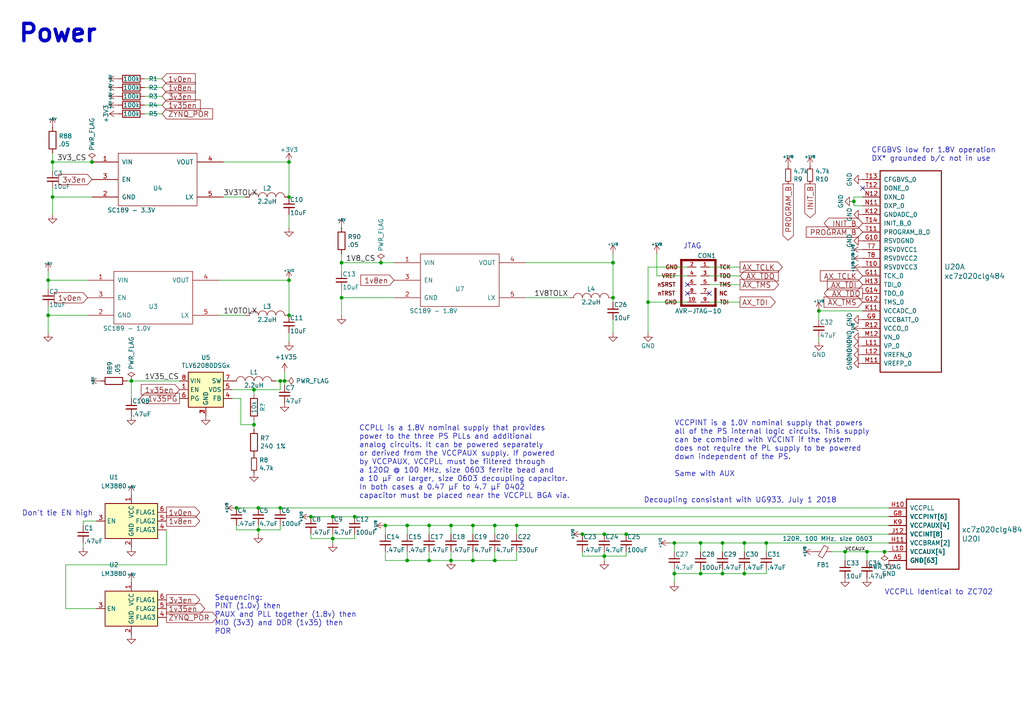
<source format=kicad_sch>
(kicad_sch (version 20230121) (generator eeschema)
  (paper "A4")
  (junction (at 130.81 162.56))
  (junction (at 177.8 76.2))
  (junction (at 118.11 152.4))
  (junction (at 13.97 81.28))
  (junction (at 195.58 166.37))
  (junction (at 83.82 57.15))
  (junction (at 111.76 152.4))
  (junction (at 130.81 152.4))
  (junction (at 81.28 110.49))
  (junction (at 83.82 91.44))
  (junction (at 15.24 57.15))
  (junction (at 215.9 166.37))
  (junction (at 38.1 110.49))
  (junction (at 177.8 86.36))
  (junction (at 68.58 147.32))
  (junction (at 149.86 152.4))
  (junction (at 175.26 161.29))
  (junction (at 15.24 46.99))
  (junction (at 245.11 160.02))
  (junction (at 102.87 149.86))
  (junction (at 73.66 113.03))
  (junction (at 168.91 154.94))
  (junction (at 222.25 157.48))
  (junction (at 110.49 76.2))
  (junction (at 83.82 46.99))
  (junction (at 195.58 157.48))
  (junction (at 26.67 46.99))
  (junction (at 124.46 162.56))
  (junction (at 209.55 157.48))
  (junction (at 90.17 149.86))
  (junction (at 137.16 152.4))
  (junction (at 82.55 110.49))
  (junction (at 137.16 162.56))
  (junction (at 237.49 90.17))
  (junction (at 175.26 154.94))
  (junction (at 118.11 162.56))
  (junction (at 215.9 157.48))
  (junction (at 96.52 156.21))
  (junction (at 181.61 154.94))
  (junction (at 99.06 76.2))
  (junction (at 209.55 166.37))
  (junction (at 203.2 157.48))
  (junction (at 187.96 87.63))
  (junction (at 13.97 91.44))
  (junction (at 96.52 149.86))
  (junction (at 74.93 147.32))
  (junction (at 73.66 123.19))
  (junction (at 251.46 160.02))
  (junction (at 247.65 58.42))
  (junction (at 74.93 153.67))
  (junction (at 143.51 152.4))
  (junction (at 81.28 147.32))
  (junction (at 124.46 152.4))
  (junction (at 256.54 160.02))
  (junction (at 143.51 162.56))
  (junction (at 99.06 86.36))
  (junction (at 83.82 81.28))
  (junction (at 203.2 166.37))
  (no_connect (at 250.19 54.61))
  (no_connect (at 199.39 85.09))
  (no_connect (at 205.74 85.09))
  (no_connect (at 199.39 82.55))
  (wire (pts (xy 124.46 160.02) (xy 124.46 162.56)))
  (wire (pts (xy 81.28 110.49) (xy 82.55 110.49)))
  (wire (pts (xy 237.49 97.79) (xy 237.49 99.06)))
  (wire (pts (xy 175.26 161.29) (xy 175.26 160.02)))
  (wire (pts (xy 187.96 77.47) (xy 187.96 87.63)))
  (wire (pts (xy 137.16 154.94) (xy 137.16 152.4)))
  (wire (pts (xy 149.86 162.56) (xy 149.86 160.02)))
  (wire (pts (xy 63.5 81.28) (xy 83.82 81.28)))
  (wire (pts (xy 168.91 154.94) (xy 175.26 154.94)))
  (wire (pts (xy 13.97 81.28) (xy 13.97 83.82)))
  (wire (pts (xy 215.9 157.48) (xy 215.9 160.02)))
  (wire (pts (xy 181.61 161.29) (xy 181.61 160.02)))
  (wire (pts (xy 73.66 114.3) (xy 73.66 113.03)))
  (wire (pts (xy 143.51 154.94) (xy 143.51 152.4)))
  (wire (pts (xy 81.28 153.67) (xy 81.28 152.4)))
  (wire (pts (xy 175.26 161.29) (xy 181.61 161.29)))
  (wire (pts (xy 247.65 58.42) (xy 247.65 59.69)))
  (wire (pts (xy 143.51 160.02) (xy 143.51 162.56)))
  (wire (pts (xy 99.06 86.36) (xy 99.06 91.44)))
  (wire (pts (xy 110.49 76.2) (xy 114.3 76.2)))
  (wire (pts (xy 48.26 153.67) (xy 48.26 163.83)))
  (wire (pts (xy 69.85 115.57) (xy 69.85 123.19)))
  (wire (pts (xy 19.05 176.53) (xy 27.94 176.53)))
  (wire (pts (xy 13.97 81.28) (xy 25.4 81.28)))
  (wire (pts (xy 203.2 157.48) (xy 203.2 160.02)))
  (wire (pts (xy 222.25 157.48) (xy 222.25 160.02)))
  (wire (pts (xy 130.81 154.94) (xy 130.81 152.4)))
  (wire (pts (xy 15.24 54.61) (xy 15.24 57.15)))
  (wire (pts (xy 83.82 46.99) (xy 83.82 57.15)))
  (wire (pts (xy 247.65 59.69) (xy 250.19 59.69)))
  (wire (pts (xy 90.17 154.94) (xy 90.17 156.21)))
  (wire (pts (xy 68.58 147.32) (xy 74.93 147.32)))
  (wire (pts (xy 67.31 113.03) (xy 73.66 113.03)))
  (wire (pts (xy 46.99 27.94) (xy 41.91 27.94)))
  (wire (pts (xy 24.13 151.13) (xy 24.13 152.4)))
  (wire (pts (xy 74.93 153.67) (xy 81.28 153.67)))
  (wire (pts (xy 15.24 44.45) (xy 15.24 46.99)))
  (wire (pts (xy 215.9 166.37) (xy 222.25 166.37)))
  (wire (pts (xy 36.83 110.49) (xy 38.1 110.49)))
  (wire (pts (xy 177.8 76.2) (xy 177.8 86.36)))
  (wire (pts (xy 83.82 96.52) (xy 83.82 99.06)))
  (wire (pts (xy 74.93 153.67) (xy 74.93 152.4)))
  (wire (pts (xy 251.46 160.02) (xy 251.46 162.56)))
  (wire (pts (xy 250.19 90.17) (xy 237.49 90.17)))
  (wire (pts (xy 203.2 157.48) (xy 209.55 157.48)))
  (wire (pts (xy 143.51 162.56) (xy 149.86 162.56)))
  (wire (pts (xy 237.49 90.17) (xy 237.49 92.71)))
  (wire (pts (xy 187.96 87.63) (xy 187.96 96.52)))
  (wire (pts (xy 175.26 161.29) (xy 175.26 162.56)))
  (wire (pts (xy 149.86 152.4) (xy 257.81 152.4)))
  (wire (pts (xy 181.61 154.94) (xy 257.81 154.94)))
  (wire (pts (xy 99.06 76.2) (xy 99.06 78.74)))
  (wire (pts (xy 82.55 110.49) (xy 82.55 111.76)))
  (wire (pts (xy 96.52 149.86) (xy 102.87 149.86)))
  (wire (pts (xy 222.25 157.48) (xy 257.81 157.48)))
  (wire (pts (xy 15.24 57.15) (xy 15.24 62.23)))
  (wire (pts (xy 15.24 46.99) (xy 26.67 46.99)))
  (wire (pts (xy 96.52 156.21) (xy 102.87 156.21)))
  (wire (pts (xy 71.12 57.15) (xy 64.77 57.15)))
  (wire (pts (xy 19.05 163.83) (xy 19.05 176.53)))
  (wire (pts (xy 124.46 152.4) (xy 130.81 152.4)))
  (wire (pts (xy 90.17 149.86) (xy 96.52 149.86)))
  (wire (pts (xy 83.82 81.28) (xy 83.82 91.44)))
  (wire (pts (xy 195.58 157.48) (xy 203.2 157.48)))
  (wire (pts (xy 199.39 80.01) (xy 190.5 80.01)))
  (wire (pts (xy 215.9 166.37) (xy 215.9 165.1)))
  (wire (pts (xy 209.55 157.48) (xy 215.9 157.48)))
  (wire (pts (xy 99.06 76.2) (xy 110.49 76.2)))
  (wire (pts (xy 250.19 57.15) (xy 247.65 57.15)))
  (wire (pts (xy 111.76 154.94) (xy 111.76 152.4)))
  (wire (pts (xy 124.46 154.94) (xy 124.46 152.4)))
  (wire (pts (xy 83.82 62.23) (xy 83.82 66.04)))
  (wire (pts (xy 247.65 57.15) (xy 247.65 58.42)))
  (wire (pts (xy 80.01 110.49) (xy 81.28 110.49)))
  (wire (pts (xy 137.16 160.02) (xy 137.16 162.56)))
  (wire (pts (xy 118.11 160.02) (xy 118.11 162.56)))
  (wire (pts (xy 257.81 160.02) (xy 256.54 160.02)))
  (wire (pts (xy 195.58 165.1) (xy 195.58 166.37)))
  (wire (pts (xy 73.66 124.46) (xy 73.66 123.19)))
  (wire (pts (xy 38.1 115.57) (xy 38.1 110.49)))
  (wire (pts (xy 209.55 166.37) (xy 209.55 165.1)))
  (wire (pts (xy 73.66 123.19) (xy 73.66 121.92)))
  (wire (pts (xy 195.58 160.02) (xy 195.58 157.48)))
  (wire (pts (xy 199.39 87.63) (xy 187.96 87.63)))
  (wire (pts (xy 46.99 22.86) (xy 41.91 22.86)))
  (wire (pts (xy 111.76 152.4) (xy 118.11 152.4)))
  (wire (pts (xy 215.9 157.48) (xy 222.25 157.48)))
  (wire (pts (xy 124.46 162.56) (xy 130.81 162.56)))
  (wire (pts (xy 152.4 76.2) (xy 177.8 76.2)))
  (wire (pts (xy 190.5 80.01) (xy 190.5 73.66)))
  (wire (pts (xy 90.17 156.21) (xy 96.52 156.21)))
  (wire (pts (xy 24.13 157.48) (xy 24.13 158.75)))
  (wire (pts (xy 245.11 160.02) (xy 251.46 160.02)))
  (wire (pts (xy 102.87 156.21) (xy 102.87 154.94)))
  (wire (pts (xy 214.63 87.63) (xy 205.74 87.63)))
  (wire (pts (xy 13.97 88.9) (xy 13.97 91.44)))
  (wire (pts (xy 177.8 86.36) (xy 177.8 87.63)))
  (wire (pts (xy 209.55 166.37) (xy 215.9 166.37)))
  (wire (pts (xy 99.06 83.82) (xy 99.06 86.36)))
  (wire (pts (xy 256.54 160.02) (xy 251.46 160.02)))
  (wire (pts (xy 130.81 152.4) (xy 137.16 152.4)))
  (wire (pts (xy 99.06 86.36) (xy 114.3 86.36)))
  (wire (pts (xy 209.55 157.48) (xy 209.55 160.02)))
  (wire (pts (xy 241.3 160.02) (xy 245.11 160.02)))
  (wire (pts (xy 118.11 152.4) (xy 124.46 152.4)))
  (wire (pts (xy 130.81 160.02) (xy 130.81 162.56)))
  (wire (pts (xy 96.52 156.21) (xy 96.52 157.48)))
  (wire (pts (xy 203.2 166.37) (xy 209.55 166.37)))
  (wire (pts (xy 143.51 152.4) (xy 149.86 152.4)))
  (wire (pts (xy 195.58 166.37) (xy 195.58 168.91)))
  (wire (pts (xy 41.91 30.48) (xy 46.99 30.48)))
  (wire (pts (xy 214.63 80.01) (xy 205.74 80.01)))
  (wire (pts (xy 195.58 166.37) (xy 203.2 166.37)))
  (wire (pts (xy 130.81 162.56) (xy 137.16 162.56)))
  (wire (pts (xy 137.16 152.4) (xy 143.51 152.4)))
  (wire (pts (xy 13.97 78.74) (xy 13.97 81.28)))
  (wire (pts (xy 137.16 162.56) (xy 143.51 162.56)))
  (wire (pts (xy 118.11 162.56) (xy 124.46 162.56)))
  (wire (pts (xy 63.5 91.44) (xy 71.12 91.44)))
  (wire (pts (xy 214.63 77.47) (xy 205.74 77.47)))
  (wire (pts (xy 99.06 73.66) (xy 99.06 76.2)))
  (wire (pts (xy 68.58 152.4) (xy 68.58 153.67)))
  (wire (pts (xy 73.66 113.03) (xy 81.28 113.03)))
  (wire (pts (xy 13.97 91.44) (xy 13.97 96.52)))
  (wire (pts (xy 74.93 147.32) (xy 81.28 147.32)))
  (wire (pts (xy 118.11 152.4) (xy 118.11 154.94)))
  (wire (pts (xy 177.8 92.71) (xy 177.8 96.52)))
  (wire (pts (xy 64.77 46.99) (xy 83.82 46.99)))
  (wire (pts (xy 175.26 154.94) (xy 181.61 154.94)))
  (wire (pts (xy 38.1 110.49) (xy 52.07 110.49)))
  (wire (pts (xy 177.8 73.66) (xy 177.8 76.2)))
  (wire (pts (xy 203.2 166.37) (xy 203.2 165.1)))
  (wire (pts (xy 81.28 113.03) (xy 81.28 110.49)))
  (wire (pts (xy 149.86 152.4) (xy 149.86 154.94)))
  (wire (pts (xy 152.4 86.36) (xy 165.1 86.36)))
  (wire (pts (xy 82.55 110.49) (xy 82.55 107.95)))
  (wire (pts (xy 68.58 153.67) (xy 74.93 153.67)))
  (wire (pts (xy 67.31 115.57) (xy 69.85 115.57)))
  (wire (pts (xy 168.91 160.02) (xy 168.91 161.29)))
  (wire (pts (xy 46.99 33.02) (xy 41.91 33.02)))
  (wire (pts (xy 81.28 147.32) (xy 257.81 147.32)))
  (wire (pts (xy 13.97 91.44) (xy 25.4 91.44)))
  (wire (pts (xy 96.52 156.21) (xy 96.52 154.94)))
  (wire (pts (xy 214.63 82.55) (xy 205.74 82.55)))
  (wire (pts (xy 199.39 77.47) (xy 187.96 77.47)))
  (wire (pts (xy 168.91 161.29) (xy 175.26 161.29)))
  (wire (pts (xy 194.31 157.48) (xy 195.58 157.48)))
  (wire (pts (xy 245.11 160.02) (xy 245.11 162.56)))
  (wire (pts (xy 111.76 160.02) (xy 111.76 162.56)))
  (wire (pts (xy 41.91 25.4) (xy 46.99 25.4)))
  (wire (pts (xy 15.24 46.99) (xy 15.24 49.53)))
  (wire (pts (xy 48.26 163.83) (xy 19.05 163.83)))
  (wire (pts (xy 27.94 151.13) (xy 24.13 151.13)))
  (wire (pts (xy 15.24 57.15) (xy 26.67 57.15)))
  (wire (pts (xy 74.93 153.67) (xy 74.93 154.94)))
  (wire (pts (xy 111.76 162.56) (xy 118.11 162.56)))
  (wire (pts (xy 102.87 149.86) (xy 257.81 149.86)))
  (wire (pts (xy 69.85 123.19) (xy 73.66 123.19)))
  (wire (pts (xy 222.25 166.37) (xy 222.25 165.1)))
  (text "Decoupling consistant with UG933, July 1 2018" (at 186.69 146.05 0) (effects (font (size 1.524 1.524)) (justify left bottom)))
  (text "Power" (at 5.08 12.7 0) (effects (font (size 5.0038 5.0038) (thickness 1.0008) bold) (justify left bottom)))
  (text "VCCPINT is a 1.0V nominal supply that powers \nall of the PS internal logic circuits. This supply \ncan be combined with VCCINT if the system \ndoes not require the PL supply to be powered \ndown independent of the PS.\n\nSame with AUX" (at 195.58 138.43 0) (effects (font (size 1.524 1.524)) (justify left bottom)))
  (text "VCCPLL Identical to ZC702" (at 256.54 172.72 0) (effects (font (size 1.524 1.524)) (justify left bottom)))
  (text "CCPLL is a 1.8V nominal supply that provides \npower to the three PS PLLs and additional\nanalog circuits. It can be powered separately \nor derived from the VCCPAUX supply. If powered\nby VCCPAUX, VCCPLL must be filtered through \na 120Ω @ 100 MHz, size 0603 ferrite bead and\na 10 µF or larger, size 0603 decoupling capacitor. \nIn both cases a 0.47 µF to 4.7 µF 0402\ncapacitor must be placed near the VCCPLL BGA via. " (at 104.14 144.78 0) (effects (font (size 1.524 1.524)) (justify left bottom)))
  (text "Don't tie EN high" (at 6.35 149.86 0) (effects (font (size 1.5494 1.5494)) (justify left bottom)))
  (text "JTAG" (at 198.12 72.39 0) (effects (font (size 1.524 1.524)) (justify left bottom)))
  (text "Sequencing: \nPINT (1.0v) then \nPAUX and PLL together (1.8v) then\nMIO (3v3) and DDR (1v35) then\nPOR" (at 62.23 184.15 0) (effects (font (size 1.524 1.524)) (justify left bottom)))
  (text "CFGBVS low for 1.8V operation\nDX* grounded b/c not in use" (at 252.73 46.99 0) (effects (font (size 1.524 1.524)) (justify left bottom)))
  (label "1V0TOLX" (at 64.77 91.44 0) (effects (font (size 1.524 1.524))))
  (label "1V35_CS" (at 41.91 110.49 0) (effects (font (size 1.524 1.524))))
  (label "3V3TOLX" (at 64.77 57.15 0) (effects (font (size 1.524 1.524))))
  (label "3V3_CS" (at 16.51 46.99 0) (effects (font (size 1.524 1.524))))
  (label "1V8TOLX" (at 154.94 86.36 0) (effects (font (size 1.524 1.524))))
  (label "VCCAUX" (at 245.11 160.02 0) (effects (font (size 0.9906 0.9906))))
  (label "1V8_CS" (at 100.33 76.2 0) (effects (font (size 1.524 1.524))))
  (global_label "AX_TDO" (shape input) (at 214.63 80.01 0) (effects (font (size 1.524 1.524))) (property "Intersheetrefs" "${INTERSHEET_REFS}" (effects hide)))
  (global_label "1v0en" (shape input) (at 25.4 86.36 180) (effects (font (size 1.524 1.524))) (property "Intersheetrefs" "${INTERSHEET_REFS}" (effects hide)))
  (global_label "1v35en" (shape input) (at 52.07 113.03 180) (effects (font (size 1.524 1.524))) (property "Intersheetrefs" "${INTERSHEET_REFS}" (effects hide)))
  (global_label "3v3en" (shape output) (at 48.26 173.99 0) (effects (font (size 1.524 1.524))) (property "Intersheetrefs" "${INTERSHEET_REFS}" (effects hide)))
  (global_label "AX_TCLK" (shape input) (at 250.19 80.01 180) (effects (font (size 1.524 1.524))) (property "Intersheetrefs" "${INTERSHEET_REFS}" (effects hide)))
  (global_label "INIT_B" (shape output) (at 234.95 53.34 270) (effects (font (size 1.524 1.524))) (property "Intersheetrefs" "${INTERSHEET_REFS}" (effects hide)))
  (global_label "AX_TCLK" (shape output) (at 214.63 77.47 0) (effects (font (size 1.524 1.524))) (property "Intersheetrefs" "${INTERSHEET_REFS}" (effects hide)))
  (global_label "1v8en" (shape output) (at 48.26 151.13 0) (effects (font (size 1.524 1.524))) (property "Intersheetrefs" "${INTERSHEET_REFS}" (effects hide)))
  (global_label "1v0en" (shape output) (at 48.26 148.59 0) (effects (font (size 1.524 1.524))) (property "Intersheetrefs" "${INTERSHEET_REFS}" (effects hide)))
  (global_label "PROGRAM_B" (shape output) (at 228.6 53.34 270) (effects (font (size 1.524 1.524))) (property "Intersheetrefs" "${INTERSHEET_REFS}" (effects hide)))
  (global_label "INIT_B" (shape bidirectional) (at 250.19 64.77 180) (effects (font (size 1.524 1.524))) (property "Intersheetrefs" "${INTERSHEET_REFS}" (effects hide)))
  (global_label "AX_TMS" (shape input) (at 250.19 87.63 180) (effects (font (size 1.524 1.524))) (property "Intersheetrefs" "${INTERSHEET_REFS}" (effects hide)))
  (global_label "1v0en" (shape input) (at 46.99 22.86 0) (effects (font (size 1.524 1.524))) (property "Intersheetrefs" "${INTERSHEET_REFS}" (effects hide)))
  (global_label "3v3en" (shape input) (at 26.67 52.07 180) (effects (font (size 1.524 1.524))) (property "Intersheetrefs" "${INTERSHEET_REFS}" (effects hide)))
  (global_label "1v8en" (shape input) (at 46.99 25.4 0) (effects (font (size 1.524 1.524))) (property "Intersheetrefs" "${INTERSHEET_REFS}" (effects hide)))
  (global_label "AX_TDO" (shape output) (at 250.19 85.09 180) (effects (font (size 1.524 1.524))) (property "Intersheetrefs" "${INTERSHEET_REFS}" (effects hide)))
  (global_label "ZYNQ_POR" (shape output) (at 48.26 179.07 0) (effects (font (size 1.524 1.524))) (property "Intersheetrefs" "${INTERSHEET_REFS}" (effects hide)))
  (global_label "1v35en" (shape input) (at 46.99 30.48 0) (effects (font (size 1.524 1.524))) (property "Intersheetrefs" "${INTERSHEET_REFS}" (effects hide)))
  (global_label "AX_TDI" (shape output) (at 214.63 87.63 0) (effects (font (size 1.524 1.524))) (property "Intersheetrefs" "${INTERSHEET_REFS}" (effects hide)))
  (global_label "AX_TMS" (shape output) (at 214.63 82.55 0) (effects (font (size 1.524 1.524))) (property "Intersheetrefs" "${INTERSHEET_REFS}" (effects hide)))
  (global_label "PROGRAM_B" (shape input) (at 250.19 67.31 180) (effects (font (size 1.524 1.524))) (property "Intersheetrefs" "${INTERSHEET_REFS}" (effects hide)))
  (global_label "AX_TDI" (shape input) (at 250.19 82.55 180) (effects (font (size 1.524 1.524))) (property "Intersheetrefs" "${INTERSHEET_REFS}" (effects hide)))
  (global_label "1v8en" (shape input) (at 114.3 81.28 180) (effects (font (size 1.524 1.524))) (property "Intersheetrefs" "${INTERSHEET_REFS}" (effects hide)))
  (global_label "ZYNQ_POR" (shape input) (at 46.99 33.02 0) (effects (font (size 1.524 1.524))) (property "Intersheetrefs" "${INTERSHEET_REFS}" (effects hide)))
  (global_label "1v35PG" (shape output) (at 52.07 115.57 180) (effects (font (size 1.524 1.524))) (property "Intersheetrefs" "${INTERSHEET_REFS}" (effects hide)))
  (global_label "3v3en" (shape input) (at 46.99 27.94 0) (effects (font (size 1.524 1.524))) (property "Intersheetrefs" "${INTERSHEET_REFS}" (effects hide)))
  (global_label "1v35en" (shape output) (at 48.26 176.53 0) (effects (font (size 1.524 1.524))) (property "Intersheetrefs" "${INTERSHEET_REFS}" (effects hide)))
  (symbol (lib_id "DFTBoard-rescue:AVR-JTAG-10-") (at 200.66 82.55 0) (mirror y) (unit 1)
    (property "Reference" "CON1" (at 204.978 74.168 0))
    (property "Value" "AVR-JTAG-10" (at 209.296 90.932 0) (effects (justify left bottom)))
    (property "Footprint" "DFTcustom:XilinxJTAG" (effects hide))
    (property "MFR" "DNS" (effects hide))
  )
  (symbol (lib_id "power:GND") (at 187.96 96.52 0) (unit 1)
    (property "Reference" "#PWR038" (effects hide))
    (property "Value" "GND" (at 187.96 100.33 0))
  )
  (symbol (lib_id "power:+1V8") (at 190.5 73.66 0) (unit 1)
    (property "Reference" "#PWR039" (effects hide))
    (property "Value" "+1.8V" (at 190.5 70.866 0) (effects (font (size 0.762 0.762))))
  )
  (symbol (lib_id "Device:C_Small") (at 237.49 95.25 0) (unit 1)
    (property "Reference" "C32" (at 237.744 93.472 0) (effects (justify left)))
    (property "Value" "47uF" (at 237.744 97.282 0) (effects (justify left)))
    (property "Footprint" "Capacitor_SMD:C_0805_2012Metric" (effects hide))
    (property "MFR" "Murata" (effects hide))
    (property "MPN" "GRM219R60J476ME44D" (effects hide))
    (property "SPR" "Digikey" (effects hide))
    (property "SPN" "490-13249-1-ND" (effects hide))
  )
  (symbol (lib_id "power:GND") (at 237.49 99.06 0) (unit 1)
    (property "Reference" "#PWR048" (effects hide))
    (property "Value" "GND" (at 237.49 102.87 0))
  )
  (symbol (lib_id "power:GND") (at 250.19 52.07 270) (unit 1)
    (property "Reference" "#PWR046" (effects hide))
    (property "Value" "GND" (at 246.38 52.07 0))
  )
  (symbol (lib_id "power:+1V8") (at 237.49 90.17 0) (unit 1)
    (property "Reference" "#PWR047" (effects hide))
    (property "Value" "+1.8V" (at 237.49 87.376 0) (effects (font (size 0.762 0.762))))
  )
  (symbol (lib_id "power:+1V0") (at 194.31 157.48 90) (unit 1)
    (property "Reference" "#PWR042" (effects hide))
    (property "Value" "+1.0V" (at 191.516 157.48 0) (effects (font (size 0.762 0.762))))
    (instances (project "DFTBoard" (path "" (reference "#PWR042") (unit 1)) (path "" (reference "#PWR?") (unit 1))))
  )
  (symbol (lib_id "Device:C_Small") (at 203.2 162.56 0) (unit 1)
    (property "Reference" "C28" (at 203.454 160.782 0) (effects (justify left)))
    (property "Value" "100uF" (at 203.454 164.592 0) (effects (justify left)))
    (property "Footprint" "Capacitor_SMD:C_1210_3225Metric" (effects hide))
    (property "MFR" "TAIYO YUDEN" (effects hide))
    (property "MPN" "JMK325ABJ107MM-P" (effects hide))
    (property "SPR" "Digikey" (effects hide))
    (property "SPN" "587-4313-1-ND" (effects hide))
  )
  (symbol (lib_id "power:GND") (at 195.58 168.91 0) (unit 1)
    (property "Reference" "#PWR043" (effects hide))
    (property "Value" "GND" (effects hide))
  )
  (symbol (lib_id "power:GND") (at 257.81 162.56 0) (unit 1)
    (property "Reference" "#PWR057" (effects hide))
    (property "Value" "GND" (at 257.81 166.37 0))
  )
  (symbol (lib_id "DFTBoard-rescue:SC189-") (at 133.35 81.28 0) (unit 1)
    (property "Reference" "U7" (at 133.35 83.82 0))
    (property "Value" "SC189 - 1.8V" (at 125.73 90.17 0))
    (property "Footprint" "Package_TO_SOT_SMD:SOT-23-5" (effects hide))
    (property "Datasheet" "DOCUMENTATION" (effects hide))
    (property "MFR" "Semtech Corporation" (effects hide))
    (property "MPN" "SC189LSKTRT" (effects hide))
    (property "SPR" "Digikey" (effects hide))
    (property "SPN" "SC189LSKCT-ND" (effects hide))
  )
  (symbol (lib_id "DFTBoard-rescue:SC189-") (at 45.72 52.07 0) (unit 1)
    (property "Reference" "U4" (at 45.72 54.61 0))
    (property "Value" "SC189 - 3.3V" (at 38.1 60.96 0))
    (property "Footprint" "Package_TO_SOT_SMD:SOT-23-5" (effects hide))
    (property "Datasheet" "DOCUMENTATION" (effects hide))
    (property "MFR" "Semtech Corporation" (effects hide))
    (property "MPN" "SC189ZSKTRT" (effects hide))
    (property "SPR" "Digikey" (effects hide))
    (property "SPN" "SC189ZSKCT-ND" (effects hide))
  )
  (symbol (lib_id "DFTBoard-rescue:SC189-") (at 44.45 86.36 0) (unit 1)
    (property "Reference" "U3" (at 44.45 88.9 0))
    (property "Value" "SC189 - 1.0V" (at 36.83 95.25 0))
    (property "Footprint" "Package_TO_SOT_SMD:SOT-23-5" (effects hide))
    (property "Datasheet" "DOCUMENTATION" (effects hide))
    (property "MFR" "Semtech Corporation" (effects hide))
    (property "MPN" "SC189ASKTRT" (effects hide))
    (property "SPR" "Digikey" (effects hide))
    (property "SPN" "SC189ASKCT-ND" (effects hide))
  )
  (symbol (lib_id "power:GND") (at 13.97 96.52 0) (unit 1)
    (property "Reference" "#PWR03" (effects hide))
    (property "Value" "GND" (effects hide))
  )
  (symbol (lib_id "Device:C_Small") (at 15.24 52.07 0) (unit 1)
    (property "Reference" "C3" (at 15.494 50.292 0) (effects (justify left)))
    (property "Value" "10uF" (at 15.494 54.102 0) (effects (justify left)))
    (property "Footprint" "Capacitor_SMD:C_0603_1608Metric" (effects hide))
    (property "MFR" "Murata" (effects hide))
    (property "MPN" "GRM188R61A106KE69J" (effects hide))
    (property "SPR" "Digikey" (effects hide))
    (property "SPN" "490-14372-1-ND" (effects hide))
  )
  (symbol (lib_id "Device:C_Small") (at 99.06 81.28 0) (unit 1)
    (property "Reference" "C13" (at 99.314 79.502 0) (effects (justify left)))
    (property "Value" "10uF" (at 99.314 83.312 0) (effects (justify left)))
    (property "Footprint" "Capacitor_SMD:C_0603_1608Metric" (effects hide))
    (property "MFR" "Murata" (effects hide))
    (property "MPN" "GRM188R61A106KE69J" (effects hide))
    (property "SPR" "Digikey" (effects hide))
    (property "SPN" "490-14372-1-ND" (effects hide))
  )
  (symbol (lib_id "Device:C_Small") (at 13.97 86.36 0) (unit 1)
    (property "Reference" "C2" (at 14.224 84.582 0) (effects (justify left)))
    (property "Value" "10uF" (at 14.224 88.392 0) (effects (justify left)))
    (property "Footprint" "Capacitor_SMD:C_0603_1608Metric" (effects hide))
    (property "MFR" "Murata" (effects hide))
    (property "MPN" "GRM188R61A106KE69J" (effects hide))
    (property "SPR" "Digikey" (effects hide))
    (property "SPN" "490-14372-1-ND" (effects hide))
  )
  (symbol (lib_id "Device:C_Small") (at 83.82 59.69 0) (unit 1)
    (property "Reference" "C10" (at 84.074 57.912 0) (effects (justify left)))
    (property "Value" "10uF" (at 84.074 61.722 0) (effects (justify left)))
    (property "Footprint" "Capacitor_SMD:C_0603_1608Metric" (effects hide))
    (property "MFR" "Murata" (effects hide))
    (property "MPN" "GRM188R61A106KE69J" (effects hide))
    (property "SPR" "Digikey" (effects hide))
    (property "SPN" "490-14372-1-ND" (effects hide))
  )
  (symbol (lib_id "Device:C_Small") (at 83.82 93.98 0) (unit 1)
    (property "Reference" "C11" (at 84.074 92.202 0) (effects (justify left)))
    (property "Value" "10uF" (at 84.074 96.012 0) (effects (justify left)))
    (property "Footprint" "Capacitor_SMD:C_0603_1608Metric" (effects hide))
    (property "MFR" "Murata" (effects hide))
    (property "MPN" "GRM188R61A106KE69J" (effects hide))
    (property "SPR" "Digikey" (effects hide))
    (property "SPN" "490-14372-1-ND" (effects hide))
  )
  (symbol (lib_id "Device:C_Small") (at 177.8 90.17 0) (unit 1)
    (property "Reference" "C26" (at 178.054 88.392 0) (effects (justify left)))
    (property "Value" "10uF" (at 178.054 92.202 0) (effects (justify left)))
    (property "Footprint" "Capacitor_SMD:C_0603_1608Metric" (effects hide))
    (property "MFR" "Murata" (effects hide))
    (property "MPN" "GRM188R61A106KE69J" (effects hide))
    (property "SPR" "Digikey" (effects hide))
    (property "SPN" "490-14372-1-ND" (effects hide))
  )
  (symbol (lib_id "power:GND") (at 83.82 66.04 0) (unit 1)
    (property "Reference" "#PWR025" (effects hide))
    (property "Value" "GND" (effects hide))
  )
  (symbol (lib_id "power:GND") (at 83.82 99.06 0) (unit 1)
    (property "Reference" "#PWR027" (effects hide))
    (property "Value" "GND" (effects hide))
  )
  (symbol (lib_id "power:GND") (at 177.8 96.52 0) (unit 1)
    (property "Reference" "#PWR041" (effects hide))
    (property "Value" "GND" (effects hide))
  )
  (symbol (lib_id "power:+1V0") (at 83.82 81.28 0) (unit 1)
    (property "Reference" "#PWR026" (effects hide))
    (property "Value" "+1.0V" (at 83.82 78.486 0) (effects (font (size 0.762 0.762))))
    (instances (project "DFTBoard" (path "" (reference "#PWR026") (unit 1)) (path "" (reference "#PWR?") (unit 1))))
  )
  (symbol (lib_id "power:+1V8") (at 177.8 73.66 0) (unit 1)
    (property "Reference" "#PWR040" (effects hide))
    (property "Value" "+1.8V" (at 177.8 70.866 0) (effects (font (size 0.762 0.762))))
  )
  (symbol (lib_id "DFTBoard-rescue:INDUCTOR_SMALL_P-") (at 77.47 57.15 0) (unit 1)
    (property "Reference" "L2" (at 77.47 54.61 0))
    (property "Value" "2.2uH" (at 77.47 58.42 0))
    (property "Footprint" "Capacitor_SMD:C_1812_4532Metric" (effects hide))
    (property "MFR" "Murata" (effects hide))
    (property "MPN" "LQH43PN2R2M26L" (effects hide))
    (property "SPR" "Digikey" (effects hide))
    (property "SPN" "490-12049-1-ND" (effects hide))
  )
  (symbol (lib_id "DFTBoard-rescue:INDUCTOR_SMALL_P-") (at 77.47 91.44 0) (unit 1)
    (property "Reference" "L3" (at 77.47 88.9 0))
    (property "Value" "2.2uH" (at 77.47 92.71 0))
    (property "Footprint" "Capacitor_SMD:C_1812_4532Metric" (effects hide))
    (property "MFR" "Murata" (effects hide))
    (property "MPN" "LQH43PN2R2M26L" (effects hide))
    (property "SPR" "Digikey" (effects hide))
    (property "SPN" "490-12049-1-ND" (effects hide))
  )
  (symbol (lib_id "DFTBoard-rescue:INDUCTOR_SMALL_P-") (at 171.45 86.36 0) (unit 1)
    (property "Reference" "L4" (at 171.45 83.82 0))
    (property "Value" "2.2uH" (at 171.45 87.63 0))
    (property "Footprint" "Capacitor_SMD:C_1812_4532Metric" (effects hide))
    (property "MFR" "Murata" (effects hide))
    (property "MPN" "LQH43PN2R2M26L" (effects hide))
    (property "SPR" "Digikey" (effects hide))
    (property "SPN" "490-12049-1-ND" (effects hide))
  )
  (symbol (lib_id "power:+3V3") (at 83.82 46.99 0) (unit 1)
    (property "Reference" "#PWR024" (effects hide))
    (property "Value" "+3.3V" (at 83.82 43.434 0))
  )
  (symbol (lib_id "power:GND") (at 15.24 62.23 0) (unit 1)
    (property "Reference" "#PWR05" (effects hide))
    (property "Value" "GND" (effects hide))
  )
  (symbol (lib_id "power:GND") (at 99.06 91.44 0) (unit 1)
    (property "Reference" "#PWR029" (effects hide))
    (property "Value" "GND" (effects hide))
  )
  (symbol (lib_id "Device:C_Small") (at 251.46 165.1 0) (unit 1)
    (property "Reference" "C34" (at 251.714 163.322 0) (effects (justify left)))
    (property "Value" ".47uF" (at 251.714 167.132 0) (effects (justify left)))
    (property "Footprint" "Capacitor_SMD:C_0402_1005Metric" (effects hide))
    (property "MFR" "Yageo" (effects hide))
    (property "MPN" "CC0402KRX5R5BB474" (effects hide))
    (property "SPR" "Digikey" (effects hide))
    (property "SPN" "311-1684-1-ND" (effects hide))
  )
  (symbol (lib_id "power:GND") (at 251.46 167.64 0) (unit 1)
    (property "Reference" "#PWR056" (effects hide))
    (property "Value" "GND" (effects hide))
  )
  (symbol (lib_id "DFTBoard-rescue:Ferrite_Bead_Small-Device") (at 238.76 160.02 270) (unit 1)
    (property "Reference" "FB1" (at 238.76 163.83 90))
    (property "Value" "120R, 100 MHz, size 0603" (at 240.03 156.21 90))
    (property "Footprint" "Capacitor_SMD:C_0603_1608Metric" (effects hide))
    (property "MFR" "Murata Electronics" (effects hide))
    (property "MPN" "BLM18AG121SN1D" (effects hide))
    (property "SPR" "Digikey" (effects hide))
    (property "SPN" "490-1011-1-ND" (effects hide))
    (property "SPURL" "-" (effects hide))
  )
  (symbol (lib_id "power:+1V8") (at 236.22 160.02 90) (unit 1)
    (property "Reference" "#PWR049" (effects hide))
    (property "Value" "+1.8V" (at 233.426 160.02 0) (effects (font (size 0.762 0.762))))
  )
  (symbol (lib_id "Device:C_Small") (at 245.11 165.1 0) (unit 1)
    (property "Reference" "C33" (at 245.364 163.322 0) (effects (justify left)))
    (property "Value" "10uF" (at 245.364 167.132 0) (effects (justify left)))
    (property "Footprint" "Capacitor_SMD:C_0603_1608Metric" (effects hide))
    (property "MFR" "Murata" (effects hide))
    (property "MPN" "GRM188R61A106KE69J" (effects hide))
    (property "SPR" "Digikey" (effects hide))
    (property "SPN" "490-14372-1-ND" (effects hide))
  )
  (symbol (lib_id "power:GND") (at 245.11 167.64 0) (unit 1)
    (property "Reference" "#PWR051" (effects hide))
    (property "Value" "GND" (effects hide))
  )
  (symbol (lib_id "Device:C_Small") (at 149.86 157.48 0) (unit 1)
    (property "Reference" "C22" (at 150.114 155.702 0) (effects (justify left)))
    (property "Value" "330uF" (at 150.114 159.512 0) (effects (justify left)))
    (property "Footprint" "Capacitor_SMD:C_1206_3216Metric" (effects hide))
    (property "MFR" "AVX Corporation" (effects hide))
    (property "MPN" "F950G337MAAAQ2" (effects hide))
    (property "SPR" "Digikey" (effects hide))
    (property "SPN" "478-8378-1-ND" (effects hide))
    (property "SPURL" "-" (effects hide))
  )
  (symbol (lib_id "Device:C_Small") (at 143.51 157.48 0) (unit 1)
    (property "Reference" "C20" (at 143.764 155.702 0) (effects (justify left)))
    (property "Value" "4.7uF" (at 143.764 159.512 0) (effects (justify left)))
    (property "Footprint" "Capacitor_SMD:C_0402_1005Metric" (effects hide))
    (property "MFR" "Murata" (effects hide))
    (property "MPN" "GRM155R60G475ME47D" (effects hide))
    (property "SPR" "Digikey" (effects hide))
    (property "SPN" "490-11980-1-ND" (effects hide))
  )
  (symbol (lib_id "Device:C_Small") (at 137.16 157.48 0) (unit 1)
    (property "Reference" "C19" (at 137.414 155.702 0) (effects (justify left)))
    (property "Value" "4.7uF" (at 137.414 159.512 0) (effects (justify left)))
    (property "Footprint" "Capacitor_SMD:C_0402_1005Metric" (effects hide))
    (property "MFR" "Murata" (effects hide))
    (property "MPN" "GRM155R60G475ME47D" (effects hide))
    (property "SPR" "Digikey" (effects hide))
    (property "SPN" "490-11980-1-ND" (effects hide))
  )
  (symbol (lib_id "Device:C_Small") (at 130.81 157.48 0) (unit 1)
    (property "Reference" "C18" (at 131.064 155.702 0) (effects (justify left)))
    (property "Value" ".47uF" (at 131.064 159.512 0) (effects (justify left)))
    (property "Footprint" "Capacitor_SMD:C_0402_1005Metric" (effects hide))
    (property "MFR" "Yageo" (effects hide))
    (property "MPN" "CC0402KRX5R5BB474" (effects hide))
    (property "SPR" "Digikey" (effects hide))
    (property "SPN" "311-1684-1-ND" (effects hide))
  )
  (symbol (lib_id "Device:C_Small") (at 124.46 157.48 0) (unit 1)
    (property "Reference" "C17" (at 124.714 155.702 0) (effects (justify left)))
    (property "Value" ".47uF" (at 124.714 159.512 0) (effects (justify left)))
    (property "Footprint" "Capacitor_SMD:C_0402_1005Metric" (effects hide))
    (property "MFR" "Yageo" (effects hide))
    (property "MPN" "CC0402KRX5R5BB474" (effects hide))
    (property "SPR" "Digikey" (effects hide))
    (property "SPN" "311-1684-1-ND" (effects hide))
  )
  (symbol (lib_id "Device:C_Small") (at 118.11 157.48 0) (unit 1)
    (property "Reference" "C15" (at 118.364 155.702 0) (effects (justify left)))
    (property "Value" ".47uF" (at 118.364 159.512 0) (effects (justify left)))
    (property "Footprint" "Capacitor_SMD:C_0402_1005Metric" (effects hide))
    (property "MFR" "Yageo" (effects hide))
    (property "MPN" "CC0402KRX5R5BB474" (effects hide))
    (property "SPR" "Digikey" (effects hide))
    (property "SPN" "311-1684-1-ND" (effects hide))
  )
  (symbol (lib_id "Device:C_Small") (at 111.76 157.48 0) (unit 1)
    (property "Reference" "C14" (at 112.014 155.702 0) (effects (justify left)))
    (property "Value" ".47uF" (at 112.014 159.512 0) (effects (justify left)))
    (property "Footprint" "Capacitor_SMD:C_0402_1005Metric" (effects hide))
    (property "MFR" "Yageo" (effects hide))
    (property "MPN" "CC0402KRX5R5BB474" (effects hide))
    (property "SPR" "Digikey" (effects hide))
    (property "SPN" "311-1684-1-ND" (effects hide))
  )
  (symbol (lib_id "Device:C_Small") (at 209.55 162.56 0) (unit 1)
    (property "Reference" "C29" (at 209.804 160.782 0) (effects (justify left)))
    (property "Value" ".47uF" (at 209.804 164.592 0) (effects (justify left)))
    (property "Footprint" "Capacitor_SMD:C_0402_1005Metric" (effects hide))
    (property "MFR" "Yageo" (effects hide))
    (property "MPN" "CC0402KRX5R5BB474" (effects hide))
    (property "SPR" "Digikey" (effects hide))
    (property "SPN" "311-1684-1-ND" (effects hide))
  )
  (symbol (lib_id "Device:C_Small") (at 215.9 162.56 0) (unit 1)
    (property "Reference" "C30" (at 216.154 160.782 0) (effects (justify left)))
    (property "Value" ".47uF" (at 216.154 164.592 0) (effects (justify left)))
    (property "Footprint" "Capacitor_SMD:C_0402_1005Metric" (effects hide))
    (property "MFR" "Yageo" (effects hide))
    (property "MPN" "CC0402KRX5R5BB474" (effects hide))
    (property "SPR" "Digikey" (effects hide))
    (property "SPN" "311-1684-1-ND" (effects hide))
  )
  (symbol (lib_id "Device:C_Small") (at 222.25 162.56 0) (unit 1)
    (property "Reference" "C31" (at 222.504 160.782 0) (effects (justify left)))
    (property "Value" ".47uF" (at 222.504 164.592 0) (effects (justify left)))
    (property "Footprint" "Capacitor_SMD:C_0402_1005Metric" (effects hide))
    (property "MFR" "Yageo" (effects hide))
    (property "MPN" "CC0402KRX5R5BB474" (effects hide))
    (property "SPR" "Digikey" (effects hide))
    (property "SPN" "311-1684-1-ND" (effects hide))
  )
  (symbol (lib_id "Power_Supervisor:LM3880") (at 38.1 151.13 0) (unit 1)
    (property "Reference" "U1" (at 33.02 138.43 0))
    (property "Value" "LM3880" (at 33.02 140.97 0))
    (property "Footprint" "Package_TO_SOT_SMD:SOT-23-6" (effects hide))
    (property "Datasheet" "http://www.ti.com/lit/ds/symlink/lm3880.pdf" (effects hide))
    (property "MFR" "Texas Instruments" (effects hide))
    (property "MPN" "LM3880MF-1AE/NOPB" (effects hide))
    (property "SPR" "Digikey" (effects hide))
    (property "SPN" "LM3880MF-1AE/NOPBDKR-ND" (effects hide))
    (property "SPURL" "-" (effects hide))
  )
  (symbol (lib_id "Power_Supervisor:LM3880") (at 38.1 176.53 0) (unit 1)
    (property "Reference" "U2" (at 33.02 163.83 0))
    (property "Value" "LM3880" (at 33.02 166.37 0))
    (property "Footprint" "Package_TO_SOT_SMD:SOT-23-6" (effects hide))
    (property "Datasheet" "http://www.ti.com/lit/ds/symlink/lm3880.pdf" (effects hide))
    (property "MFR" "Texas Instruments" (effects hide))
    (property "MPN" "LM3880MF-1AE/NOPB" (effects hide))
    (property "SPR" "Digikey" (effects hide))
    (property "SPN" "LM3880MF-1AE/NOPBDKR-ND" (effects hide))
    (property "SPURL" "-" (effects hide))
  )
  (symbol (lib_id "power:+5V") (at 38.1 143.51 0) (unit 1)
    (property "Reference" "#PWR06" (effects hide))
    (property "Value" "+5V" (at 38.1 141.224 0) (effects (font (size 0.762 0.762))))
  )
  (symbol (lib_id "power:+5V") (at 38.1 168.91 0) (unit 1)
    (property "Reference" "#PWR08" (effects hide))
    (property "Value" "+5V" (at 38.1 166.624 0) (effects (font (size 0.762 0.762))))
  )
  (symbol (lib_id "power:GND") (at 38.1 158.75 0) (unit 1)
    (property "Reference" "#PWR07" (effects hide))
    (property "Value" "GND" (effects hide))
  )
  (symbol (lib_id "power:GND") (at 38.1 184.15 0) (unit 1)
    (property "Reference" "#PWR09" (effects hide))
    (property "Value" "GND" (effects hide))
  )
  (symbol (lib_id "Device:R_Small") (at 228.6 50.8 0) (mirror x) (unit 1)
    (property "Reference" "R9" (at 230.0986 51.9684 0) (effects (justify left)))
    (property "Value" "4.7k" (at 230.0986 49.657 0) (effects (justify left)))
    (property "Footprint" "Resistor_SMD:R_0402_1005Metric" (effects hide))
    (property "MFR" "Yageo" (effects hide))
    (property "MPN" "RC0402JR-074K7L" (effects hide))
    (property "SPR" "Digikey" (effects hide))
    (property "SPN" "311-4.7KJRCT-ND" (effects hide))
    (property "SPURL" "-" (effects hide))
    (instances (project "DFTBoard" (path "" (reference "R9") (unit 1)) (path "" (reference "R?") (unit 1))))
  )
  (symbol (lib_id "power:+5V") (at 99.06 66.04 0) (unit 1)
    (property "Reference" "#PWR028" (effects hide))
    (property "Value" "+5V" (at 99.06 63.754 0) (effects (font (size 0.762 0.762))))
  )
  (symbol (lib_id "power:+1V8") (at 228.6 48.26 0) (mirror y) (unit 1)
    (property "Reference" "#PWR044" (effects hide))
    (property "Value" "+1.8V" (at 228.6 45.466 0) (effects (font (size 0.762 0.762))))
  )
  (symbol (lib_id "power:PWR_FLAG") (at 256.54 160.02 180) (unit 1)
    (property "Reference" "#FLG02" (effects hide))
    (property "Value" "PWR_FLAG" (at 256.54 164.4142 0))
  )
  (symbol (lib_id "Device:R") (at 38.1 22.86 90) (unit 1)
    (property "Reference" "R1" (at 44.45 22.86 90))
    (property "Value" "100k" (at 38.1 22.86 90))
    (property "Footprint" "Resistor_SMD:R_0402_1005Metric" (effects hide))
    (property "MFR" "Yageo" (effects hide))
    (property "MPN" "RC0402FR-07100KL" (effects hide))
    (property "SPR" "Digikey" (effects hide))
    (property "SPN" "311-100KLRTR-ND" (effects hide))
    (instances (project "DFTBoard" (path "" (reference "R1") (unit 1)) (path "" (reference "R?") (unit 1))))
  )
  (symbol (lib_id "Device:R_Small") (at 234.95 50.8 0) (mirror x) (unit 1)
    (property "Reference" "R10" (at 236.4486 51.9684 0) (effects (justify left)))
    (property "Value" "4.7k" (at 236.4486 49.657 0) (effects (justify left)))
    (property "Footprint" "Resistor_SMD:R_0402_1005Metric" (effects hide))
    (property "MFR" "Yageo" (effects hide))
    (property "MPN" "RC0402JR-074K7L" (effects hide))
    (property "SPR" "Digikey" (effects hide))
    (property "SPN" "311-4.7KJRCT-ND" (effects hide))
    (property "SPURL" "-" (effects hide))
    (instances (project "DFTBoard" (path "" (reference "R10") (unit 1)) (path "" (reference "R?") (unit 1))))
  )
  (symbol (lib_id "power:+1V8") (at 234.95 48.26 0) (mirror y) (unit 1)
    (property "Reference" "#PWR045" (effects hide))
    (property "Value" "+1.8V" (at 234.95 45.466 0) (effects (font (size 0.762 0.762))))
  )
  (symbol (lib_id "Device:R") (at 38.1 25.4 90) (unit 1)
    (property "Reference" "R2" (at 44.45 25.4 90))
    (property "Value" "100k" (at 38.1 25.4 90))
    (property "Footprint" "Resistor_SMD:R_0402_1005Metric" (effects hide))
    (property "MFR" "Yageo" (effects hide))
    (property "MPN" "RC0402FR-07100KL" (effects hide))
    (property "SPR" "Digikey" (effects hide))
    (property "SPN" "311-100KLRTR-ND" (effects hide))
    (instances (project "DFTBoard" (path "" (reference "R2") (unit 1)) (path "" (reference "R?") (unit 1))))
  )
  (symbol (lib_id "Device:R") (at 38.1 27.94 90) (unit 1)
    (property "Reference" "R3" (at 44.45 27.94 90))
    (property "Value" "100k" (at 38.1 27.94 90))
    (property "Footprint" "Resistor_SMD:R_0402_1005Metric" (effects hide))
    (property "MFR" "Yageo" (effects hide))
    (property "MPN" "RC0402FR-07100KL" (effects hide))
    (property "SPR" "Digikey" (effects hide))
    (property "SPN" "311-100KLRTR-ND" (effects hide))
    (instances (project "DFTBoard" (path "" (reference "R3") (unit 1)) (path "" (reference "R?") (unit 1))))
  )
  (symbol (lib_id "Device:R") (at 38.1 30.48 90) (unit 1)
    (property "Reference" "R4" (at 44.45 30.48 90))
    (property "Value" "100k" (at 38.1 30.48 90))
    (property "Footprint" "Resistor_SMD:R_0402_1005Metric" (effects hide))
    (property "MFR" "Yageo" (effects hide))
    (property "MPN" "RC0402FR-07100KL" (effects hide))
    (property "SPR" "Digikey" (effects hide))
    (property "SPN" "311-100KLRTR-ND" (effects hide))
    (instances (project "DFTBoard" (path "" (reference "R4") (unit 1)) (path "" (reference "R?") (unit 1))))
  )
  (symbol (lib_id "Device:R") (at 38.1 33.02 90) (unit 1)
    (property "Reference" "R5" (at 44.45 33.02 90))
    (property "Value" "100k" (at 38.1 33.02 90))
    (property "Footprint" "Resistor_SMD:R_0402_1005Metric" (effects hide))
    (property "MFR" "Yageo" (effects hide))
    (property "MPN" "RC0402FR-07100KL" (effects hide))
    (property "SPR" "Digikey" (effects hide))
    (property "SPN" "311-100KLRTR-ND" (effects hide))
    (instances (project "DFTBoard" (path "" (reference "R5") (unit 1)) (path "" (reference "R?") (unit 1))))
  )
  (symbol (lib_id "power:+1V8") (at 250.19 74.93 90) (unit 1)
    (property "Reference" "#PWR055" (effects hide))
    (property "Value" "+1.8V" (at 247.396 74.93 0) (effects (font (size 0.762 0.762))))
  )
  (symbol (lib_id "power:+1V8") (at 250.19 72.39 90) (unit 1)
    (property "Reference" "#PWR054" (effects hide))
    (property "Value" "+1.8V" (at 247.396 72.39 0) (effects (font (size 0.762 0.762))))
  )
  (symbol (lib_id "power:+1V8") (at 250.19 95.25 90) (unit 1)
    (property "Reference" "#PWR053" (effects hide))
    (property "Value" "+1.8V" (at 247.396 95.25 0) (effects (font (size 0.762 0.762))))
  )
  (symbol (lib_id "power:GND") (at 250.19 69.85 270) (unit 1)
    (property "Reference" "#PWR052" (effects hide))
    (property "Value" "GND" (at 246.38 69.85 0))
  )
  (symbol (lib_id "power:+3V3") (at 34.29 33.02 90) (unit 1)
    (property "Reference" "#PWR016" (effects hide))
    (property "Value" "+3.3V" (at 30.734 33.02 0))
  )
  (symbol (lib_id "Device:C_Small") (at 181.61 157.48 0) (unit 1)
    (property "Reference" "C25" (at 181.864 155.702 0) (effects (justify left)))
    (property "Value" "100uF" (at 181.864 159.512 0) (effects (justify left)))
    (property "Footprint" "Capacitor_SMD:C_1210_3225Metric" (effects hide))
    (property "MFR" "TAIYO YUDEN" (effects hide))
    (property "MPN" "JMK325ABJ107MM-P" (effects hide))
    (property "SPR" "Digikey" (effects hide))
    (property "SPN" "587-4313-1-ND" (effects hide))
  )
  (symbol (lib_id "Device:C_Small") (at 168.91 157.48 0) (unit 1)
    (property "Reference" "C23" (at 169.164 155.702 0) (effects (justify left)))
    (property "Value" ".47uF" (at 169.164 159.512 0) (effects (justify left)))
    (property "Footprint" "Capacitor_SMD:C_0402_1005Metric" (effects hide))
    (property "MFR" "Yageo" (effects hide))
    (property "MPN" "CC0402KRX5R5BB474" (effects hide))
    (property "SPR" "Digikey" (effects hide))
    (property "SPN" "311-1684-1-ND" (effects hide))
  )
  (symbol (lib_id "Device:C_Small") (at 175.26 157.48 0) (unit 1)
    (property "Reference" "C24" (at 175.514 155.702 0) (effects (justify left)))
    (property "Value" "4.7uF" (at 175.514 159.512 0) (effects (justify left)))
    (property "Footprint" "Capacitor_SMD:C_0402_1005Metric" (effects hide))
    (property "MFR" "Murata" (effects hide))
    (property "MPN" "GRM155R60G475ME47D" (effects hide))
    (property "SPR" "Digikey" (effects hide))
    (property "SPN" "490-11980-1-ND" (effects hide))
  )
  (symbol (lib_id "Device:C_Small") (at 24.13 154.94 0) (unit 1)
    (property "Reference" "C1" (at 24.384 153.162 0) (effects (justify left)))
    (property "Value" ".47uF" (at 24.384 156.972 0) (effects (justify left)))
    (property "Footprint" "Capacitor_SMD:C_0402_1005Metric" (effects hide))
    (property "MFR" "Yageo" (effects hide))
    (property "MPN" "CC0402KRX5R5BB474" (effects hide))
    (property "SPR" "Digikey" (effects hide))
    (property "SPN" "311-1684-1-ND" (effects hide))
  )
  (symbol (lib_id "power:GND") (at 24.13 158.75 0) (unit 1)
    (property "Reference" "#PWR01" (effects hide))
    (property "Value" "GND" (effects hide))
  )
  (symbol (lib_id "power:GND") (at 175.26 162.56 0) (unit 1)
    (property "Reference" "#PWR037" (effects hide))
    (property "Value" "GND" (effects hide))
  )
  (symbol (lib_id "Device:C_Small") (at 195.58 162.56 0) (unit 1)
    (property "Reference" "C27" (at 195.834 160.782 0) (effects (justify left)))
    (property "Value" "4.7uF" (at 195.834 164.592 0) (effects (justify left)))
    (property "Footprint" "Capacitor_SMD:C_0402_1005Metric" (effects hide))
    (property "MFR" "Murata" (effects hide))
    (property "MPN" "GRM155R60G475ME47D" (effects hide))
    (property "SPR" "Digikey" (effects hide))
    (property "SPN" "490-11980-1-ND" (effects hide))
  )
  (symbol (lib_id "power:GND") (at 130.81 162.56 0) (unit 1)
    (property "Reference" "#PWR0212" (effects hide))
    (property "Value" "GND" (effects hide))
  )
  (symbol (lib_id "Device:C_Small") (at 102.87 152.4 0) (unit 1)
    (property "Reference" "C12" (at 103.124 150.622 0) (effects (justify left)))
    (property "Value" "100uF" (at 103.124 154.432 0) (effects (justify left)))
    (property "Footprint" "Capacitor_SMD:C_1210_3225Metric" (effects hide))
    (property "MFR" "TAIYO YUDEN" (effects hide))
    (property "MPN" "JMK325ABJ107MM-P" (effects hide))
    (property "SPR" "Digikey" (effects hide))
    (property "SPN" "587-4313-1-ND" (effects hide))
  )
  (symbol (lib_id "Device:C_Small") (at 90.17 152.4 0) (unit 1)
    (property "Reference" "C8" (at 90.424 150.622 0) (effects (justify left)))
    (property "Value" ".47uF" (at 90.424 154.432 0) (effects (justify left)))
    (property "Footprint" "Capacitor_SMD:C_0402_1005Metric" (effects hide))
    (property "MFR" "Yageo" (effects hide))
    (property "MPN" "CC0402KRX5R5BB474" (effects hide))
    (property "SPR" "Digikey" (effects hide))
    (property "SPN" "311-1684-1-ND" (effects hide))
  )
  (symbol (lib_id "Device:C_Small") (at 96.52 152.4 0) (unit 1)
    (property "Reference" "C9" (at 96.774 150.622 0) (effects (justify left)))
    (property "Value" "4.7uF" (at 96.774 154.432 0) (effects (justify left)))
    (property "Footprint" "Capacitor_SMD:C_0402_1005Metric" (effects hide))
    (property "MFR" "Murata" (effects hide))
    (property "MPN" "GRM155R60G475ME47D" (effects hide))
    (property "SPR" "Digikey" (effects hide))
    (property "SPN" "490-11980-1-ND" (effects hide))
  )
  (symbol (lib_id "power:GND") (at 96.52 157.48 0) (unit 1)
    (property "Reference" "#PWR023" (effects hide))
    (property "Value" "GND" (effects hide))
  )
  (symbol (lib_id "Device:C_Small") (at 81.28 149.86 0) (unit 1)
    (property "Reference" "C6" (at 81.534 148.082 0) (effects (justify left)))
    (property "Value" "100uF" (at 81.534 151.892 0) (effects (justify left)))
    (property "Footprint" "Capacitor_SMD:C_1210_3225Metric" (effects hide))
    (property "MFR" "TAIYO YUDEN" (effects hide))
    (property "MPN" "JMK325ABJ107MM-P" (effects hide))
    (property "SPR" "Digikey" (effects hide))
    (property "SPN" "587-4313-1-ND" (effects hide))
  )
  (symbol (lib_id "Device:C_Small") (at 68.58 149.86 0) (unit 1)
    (property "Reference" "C4" (at 68.834 148.082 0) (effects (justify left)))
    (property "Value" ".47uF" (at 68.834 151.892 0) (effects (justify left)))
    (property "Footprint" "Capacitor_SMD:C_0402_1005Metric" (effects hide))
    (property "MFR" "Yageo" (effects hide))
    (property "MPN" "CC0402KRX5R5BB474" (effects hide))
    (property "SPR" "Digikey" (effects hide))
    (property "SPN" "311-1684-1-ND" (effects hide))
  )
  (symbol (lib_id "Device:C_Small") (at 74.93 149.86 0) (unit 1)
    (property "Reference" "C5" (at 75.184 148.082 0) (effects (justify left)))
    (property "Value" "4.7uF" (at 75.184 151.892 0) (effects (justify left)))
    (property "Footprint" "Capacitor_SMD:C_0402_1005Metric" (effects hide))
    (property "MFR" "Murata" (effects hide))
    (property "MPN" "GRM155R60G475ME47D" (effects hide))
    (property "SPR" "Digikey" (effects hide))
    (property "SPN" "490-11980-1-ND" (effects hide))
  )
  (symbol (lib_id "power:GND") (at 74.93 154.94 0) (unit 1)
    (property "Reference" "#PWR019" (effects hide))
    (property "Value" "GND" (effects hide))
  )
  (symbol (lib_id "power:GND") (at 247.65 58.42 270) (unit 1)
    (property "Reference" "#PWR0213" (effects hide))
    (property "Value" "GND" (at 243.84 58.42 0))
  )
  (symbol (lib_id "power:GND") (at 250.19 62.23 270) (unit 1)
    (property "Reference" "#PWR0214" (effects hide))
    (property "Value" "GND" (at 246.38 62.23 0))
  )
  (symbol (lib_id "power:+1V0") (at 90.17 149.86 90) (unit 1)
    (property "Reference" "#PWR022" (effects hide))
    (property "Value" "+1.0V" (at 87.376 149.86 0) (effects (font (size 0.762 0.762))))
    (instances (project "DFTBoard" (path "" (reference "#PWR022") (unit 1)) (path "" (reference "#PWR?") (unit 1))))
  )
  (symbol (lib_id "power:+1V8") (at 68.58 147.32 90) (unit 1)
    (property "Reference" "#PWR017" (effects hide))
    (property "Value" "+1.8V" (at 65.786 147.32 0) (effects (font (size 0.762 0.762))))
  )
  (symbol (lib_id "Regulator_Switching:TLV62080DSGx") (at 59.69 113.03 0) (unit 1)
    (property "Reference" "U5" (at 59.69 103.7082 0))
    (property "Value" "TLV62080DSGx" (at 59.69 106.0196 0))
    (property "Footprint" "Package_SON:WSON-8-1EP_2x2mm_P0.5mm_EP0.9x1.6mm" (effects hide))
    (property "Datasheet" "http://www.ti.com/lit/ds/symlink/tlv62080.pdf" (effects hide))
    (property "MFR" "Texas Instruments" (effects hide))
    (property "MPN" "TLV62080DSGR" (effects hide))
    (property "SPR" "Digikey" (effects hide))
    (property "SPN" "296-39270-6-ND" (effects hide))
    (property "SPURL" "-" (effects hide))
  )
  (symbol (lib_id "power:GND") (at 59.69 120.65 0) (unit 1)
    (property "Reference" "#PWR011" (effects hide))
    (property "Value" "GND" (effects hide))
  )
  (symbol (lib_id "DFTBoard-rescue:INDUCTOR_SMALL_P-") (at 73.66 110.49 0) (unit 1)
    (property "Reference" "L1" (at 73.66 107.95 0))
    (property "Value" "2.2uH" (at 73.66 111.76 0))
    (property "Footprint" "Capacitor_SMD:C_1812_4532Metric" (effects hide))
    (property "MFR" "Murata" (effects hide))
    (property "MPN" "LQH43PN2R2M26L" (effects hide))
    (property "SPR" "Digikey" (effects hide))
    (property "SPN" "490-12049-1-ND" (effects hide))
  )
  (symbol (lib_id "power:GND") (at 250.19 105.41 270) (unit 1)
    (property "Reference" "#PWR0215" (effects hide))
    (property "Value" "GND" (at 246.38 105.41 0))
  )
  (symbol (lib_id "power:GND") (at 250.19 102.87 270) (unit 1)
    (property "Reference" "#PWR0216" (effects hide))
    (property "Value" "GND" (at 246.38 102.87 0))
  )
  (symbol (lib_id "power:GND") (at 250.19 100.33 270) (unit 1)
    (property "Reference" "#PWR0217" (effects hide))
    (property "Value" "GND" (at 246.38 100.33 0))
  )
  (symbol (lib_id "power:GND") (at 250.19 97.79 270) (unit 1)
    (property "Reference" "#PWR0218" (effects hide))
    (property "Value" "GND" (at 246.38 97.79 0))
  )
  (symbol (lib_id "power:+1V8") (at 250.19 77.47 90) (unit 1)
    (property "Reference" "#PWR0219" (effects hide))
    (property "Value" "+1.8V" (at 247.396 77.47 0) (effects (font (size 0.762 0.762))))
  )
  (symbol (lib_id "power:GND") (at 250.19 92.71 270) (unit 1)
    (property "Reference" "#PWR0220" (effects hide))
    (property "Value" "GND" (at 246.38 92.71 0))
  )
  (symbol (lib_id "xilinx7:xc7z020clg484") (at 250.19 52.07 0) (unit 1)
    (property "Reference" "U20" (at 273.8374 77.3938 0) (effects (font (size 1.524 1.524)) (justify left)))
    (property "Value" "xc7z020clg484" (at 273.8374 80.0862 0) (effects (font (size 1.524 1.524)) (justify left)))
    (property "Footprint" "DFTcustom:BGA-484_19.0x19.0mm_Layout22x22_P0.80mm_dia0.40mm" (effects hide))
    (property "MFR" "Xilinx" (effects hide))
    (property "MPN" "XC7Z020-1CLG484C" (effects hide))
    (property "SPR" "Digikey" (effects hide))
    (property "SPN" "122-1850-ND" (effects hide))
    (property "SPURL" "-" (effects hide))
  )
  (symbol (lib_id "power:+1V35") (at 82.55 107.95 0) (unit 1)
    (property "Reference" "#PWR020" (effects hide))
    (property "Value" "+1V35" (at 82.931 103.5558 0))
  )
  (symbol (lib_id "Device:R") (at 73.66 128.27 0) (unit 1)
    (property "Reference" "R7" (at 75.438 127.1016 0) (effects (justify left)))
    (property "Value" "240 1%" (at 75.438 129.413 0) (effects (justify left)))
    (property "Footprint" "Resistor_SMD:R_0402_1005Metric" (effects hide))
    (property "MFR" "Yageo" (effects hide))
    (property "MPN" "RC0402FR-07240RL" (effects hide))
    (property "SPR" "Digikey" (effects hide))
    (property "SPN" "311-240LRTR-ND" (effects hide))
    (property "SPURL" "-" (effects hide))
    (instances (project "DFTBoard" (path "" (reference "R7") (unit 1)) (path "" (reference "R?") (unit 1))))
  )
  (symbol (lib_id "Device:R_Small") (at 73.66 134.62 0) (unit 1)
    (property "Reference" "R8" (at 75.1586 133.4516 0) (effects (justify left)))
    (property "Value" "4.7k" (at 75.1586 135.763 0) (effects (justify left)))
    (property "Footprint" "Resistor_SMD:R_0402_1005Metric" (effects hide))
    (property "MFR" "Yageo" (effects hide))
    (property "MPN" "RC0402JR-074K7L" (effects hide))
    (property "SPR" "Digikey" (effects hide))
    (property "SPN" "311-4.7KJRCT-ND" (effects hide))
    (property "SPURL" "-" (effects hide))
    (instances (project "DFTBoard" (path "" (reference "R8") (unit 1)) (path "" (reference "R?") (unit 1))))
  )
  (symbol (lib_id "Device:R") (at 73.66 118.11 180) (unit 1)
    (property "Reference" "R?" (at 76.2 118.11 90))
    (property "Value" "10k" (at 73.66 118.11 90))
    (property "Footprint" "Resistor_SMD:R_0402_1005Metric" (effects hide))
    (property "MFR" "Yageo" (effects hide))
    (property "MPN" "RC0402FR-0710KL" (effects hide))
    (property "SPR" "Digikey" (effects hide))
    (property "SPN" "311-10.0KLRTR-ND" (effects hide))
    (instances (project "DFTBoard" (path "" (reference "R?") (unit 1)) (path "" (reference "R6") (unit 1))))
  )
  (symbol (lib_id "power:GND") (at 73.66 137.16 0) (unit 1)
    (property "Reference" "#PWR018" (effects hide))
    (property "Value" "GND" (effects hide))
  )
  (symbol (lib_id "power:GND") (at 82.55 116.84 0) (unit 1)
    (property "Reference" "#PWR021" (effects hide))
    (property "Value" "GND" (effects hide))
  )
  (symbol (lib_id "xilinx7:xc7z020clg484") (at 257.81 162.56 0) (mirror x) (unit 9)
    (property "Reference" "U20" (at 278.9174 156.2862 0) (effects (font (size 1.524 1.524)) (justify left)))
    (property "Value" "xc7z020clg484" (at 278.9174 153.5938 0) (effects (font (size 1.524 1.524)) (justify left)))
    (property "Footprint" "DFTcustom:BGA-484_19.0x19.0mm_Layout22x22_P0.80mm_dia0.40mm" (effects hide))
    (property "MFR" "Xilinx" (effects hide))
    (property "MPN" "XC7Z020-1CLG484C" (effects hide))
    (property "SPR" "Digikey" (effects hide))
    (property "SPN" "122-1850-ND" (effects hide))
    (property "SPURL" "-" (effects hide))
  )
  (symbol (lib_id "Device:C_Small") (at 82.55 114.3 0) (unit 1)
    (property "Reference" "C7" (at 82.804 112.522 0) (effects (justify left)))
    (property "Value" "47uF" (at 82.804 116.332 0) (effects (justify left)))
    (property "Footprint" "Capacitor_SMD:C_0805_2012Metric" (effects hide))
    (property "MFR" "Murata" (effects hide))
    (property "MPN" "GRM219R60J476ME44D" (effects hide))
    (property "SPR" "Digikey" (effects hide))
    (property "SPN" "490-13249-1-ND" (effects hide))
    (property "SPURL" "-" (effects hide))
  )
  (symbol (lib_id "power:+5V") (at 34.29 22.86 90) (unit 1)
    (property "Reference" "#PWR012" (effects hide))
    (property "Value" "+5V" (at 32.004 22.86 0) (effects (font (size 0.762 0.762))))
  )
  (symbol (lib_id "power:+5V") (at 34.29 25.4 90) (unit 1)
    (property "Reference" "#PWR013" (effects hide))
    (property "Value" "+5V" (at 32.004 25.4 0) (effects (font (size 0.762 0.762))))
  )
  (symbol (lib_id "power:+5V") (at 34.29 27.94 90) (unit 1)
    (property "Reference" "#PWR014" (effects hide))
    (property "Value" "+5V" (at 32.004 27.94 0) (effects (font (size 0.762 0.762))))
  )
  (symbol (lib_id "power:+5V") (at 34.29 30.48 90) (unit 1)
    (property "Reference" "#PWR015" (effects hide))
    (property "Value" "+5V" (at 32.004 30.48 0) (effects (font (size 0.762 0.762))))
  )
  (symbol (lib_id "DFTBoard-rescue:PWR_FLAG") (at 82.55 110.49 270) (unit 1)
    (property "Reference" "#FLG0101" (effects hide))
    (property "Value" "PWR_FLAG" (at 85.8012 110.49 90) (effects (justify left)))
  )
  (symbol (lib_id "power:+1V8") (at 111.76 152.4 90) (unit 1)
    (property "Reference" "#PWR0182" (effects hide))
    (property "Value" "+1.8V" (at 108.966 152.4 0) (effects (font (size 0.762 0.762))))
  )
  (symbol (lib_id "power:+1V0") (at 168.91 154.94 90) (unit 1)
    (property "Reference" "#PWR0183" (effects hide))
    (property "Value" "+1.0V" (at 166.116 154.94 0) (effects (font (size 0.762 0.762))))
    (instances (project "DFTBoard" (path "" (reference "#PWR0183") (unit 1)) (path "" (reference "#PWR?") (unit 1))))
  )
  (symbol (lib_id "Device:C_Small") (at 38.1 118.11 0) (unit 1)
    (property "Reference" "C108" (at 38.354 116.332 0) (effects (justify left)))
    (property "Value" ".47uF" (at 38.354 120.142 0) (effects (justify left)))
    (property "Footprint" "Capacitor_SMD:C_0402_1005Metric" (effects hide))
    (property "MFR" "Yageo" (effects hide))
    (property "MPN" "CC0402KRX5R5BB474" (effects hide))
    (property "SPR" "Digikey" (effects hide))
    (property "SPN" "311-1684-1-ND" (effects hide))
  )
  (symbol (lib_id "power:GND") (at 38.1 120.65 0) (unit 1)
    (property "Reference" "#PWR0352" (effects hide))
    (property "Value" "GND" (effects hide))
  )
  (symbol (lib_id "DFTCustom:R") (at 99.06 69.85 0) (unit 1)
    (property "Reference" "R90" (at 100.838 68.6816 0) (effects (justify left)))
    (property "Value" ".05" (at 100.838 70.993 0) (effects (justify left)))
    (property "Footprint" "Resistor_SMD:R_2512_6332Metric" (effects hide))
    (property "MFR" "Bourns Inc" (effects hide))
    (property "MPN" "CRA2512-FZ-R050ELF" (effects hide))
    (property "SPR" "Digikey" (effects hide))
    (property "SPN" "CRA2512-FZ-R050ELFCT-ND" (effects hide))
    (property "SPURL" "-" (effects hide))
  )
  (symbol (lib_id "power:+5V") (at 15.24 36.83 0) (unit 1)
    (property "Reference" "#PWR04" (effects hide))
    (property "Value" "+5V" (at 15.24 34.544 0) (effects (font (size 0.762 0.762))))
  )
  (symbol (lib_id "DFTCustom:R") (at 15.24 40.64 0) (unit 1)
    (property "Reference" "R88" (at 17.018 39.4716 0) (effects (justify left)))
    (property "Value" ".05" (at 17.018 41.783 0) (effects (justify left)))
    (property "Footprint" "Resistor_SMD:R_2512_6332Metric" (effects hide))
    (property "MFR" "Bourns Inc" (effects hide))
    (property "MPN" "CRA2512-FZ-R050ELF" (effects hide))
    (property "SPR" "Digikey" (effects hide))
    (property "SPN" "CRA2512-FZ-R050ELFCT-ND" (effects hide))
    (property "SPURL" "-" (effects hide))
  )
  (symbol (lib_id "power:+5V") (at 13.97 78.74 0) (unit 1)
    (property "Reference" "#PWR02" (effects hide))
    (property "Value" "+5V" (at 13.97 76.454 0) (effects (font (size 0.762 0.762))))
  )
  (symbol (lib_id "power:+5V") (at 29.21 110.49 90) (unit 1)
    (property "Reference" "#PWR010" (effects hide))
    (property "Value" "+5V" (at 26.924 110.49 0) (effects (font (size 0.762 0.762))))
  )
  (symbol (lib_id "DFTCustom:R") (at 33.02 110.49 90) (unit 1)
    (property "Reference" "R89" (at 31.8516 108.712 0) (effects (justify left)))
    (property "Value" ".05" (at 34.163 108.712 0) (effects (justify left)))
    (property "Footprint" "Resistor_SMD:R_2512_6332Metric" (effects hide))
    (property "MFR" "Bourns Inc" (effects hide))
    (property "MPN" "CRA2512-FZ-R050ELF" (effects hide))
    (property "SPR" "Digikey" (effects hide))
    (property "SPN" "CRA2512-FZ-R050ELFCT-ND" (effects hide))
    (property "SPURL" "-" (effects hide))
  )
  (symbol (lib_id "DFTBoard-rescue:PWR_FLAG") (at 38.1 110.49 0) (unit 1)
    (property "Reference" "#FLG06" (effects hide))
    (property "Value" "PWR_FLAG" (at 38.1 107.2388 90) (effects (justify left)))
  )
  (symbol (lib_id "DFTBoard-rescue:PWR_FLAG") (at 26.67 46.99 0) (unit 1)
    (property "Reference" "#FLG01" (effects hide))
    (property "Value" "PWR_FLAG" (at 26.67 43.7388 90) (effects (justify left)))
  )
  (symbol (lib_id "DFTBoard-rescue:PWR_FLAG") (at 110.49 76.2 0) (unit 1)
    (property "Reference" "#FLG07" (effects hide))
    (property "Value" "PWR_FLAG" (at 110.49 72.9488 90) (effects (justify left)))
  )
)
</source>
